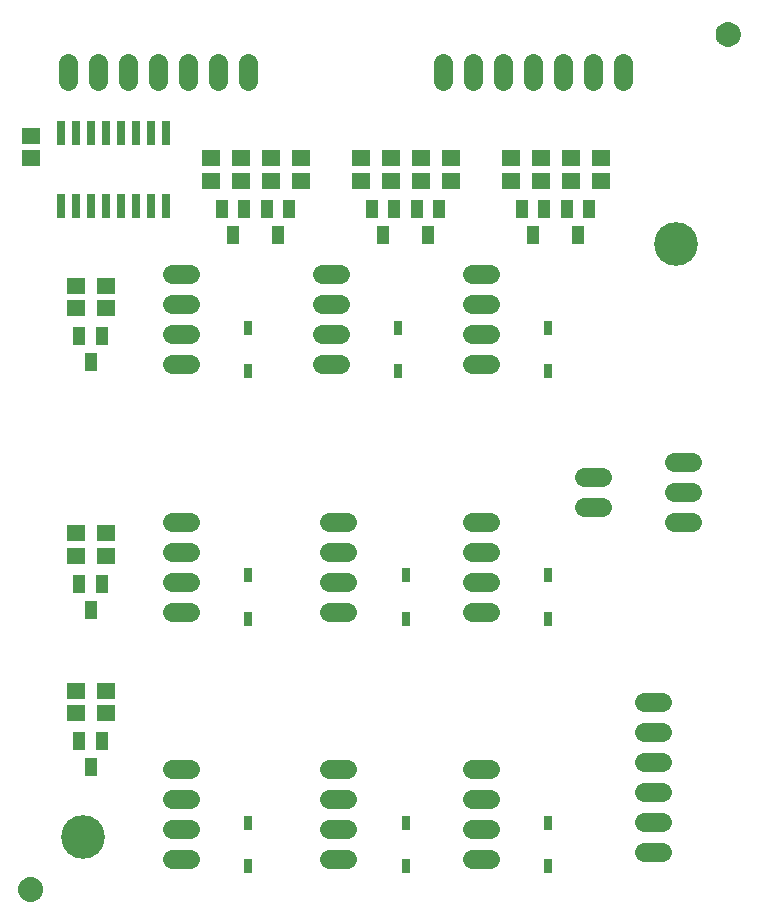
<source format=gbr>
G04 EAGLE Gerber RS-274X export*
G75*
%MOMM*%
%FSLAX34Y34*%
%LPD*%
%INSoldermask Top*%
%IPPOS*%
%AMOC8*
5,1,8,0,0,1.08239X$1,22.5*%
G01*
%ADD10R,1.601600X1.401600*%
%ADD11R,0.762000X2.133600*%
%ADD12C,1.625600*%
%ADD13C,3.701600*%
%ADD14R,1.101600X1.501600*%
%ADD15R,0.801600X1.301600*%

G36*
X611392Y732470D02*
X611392Y732470D01*
X611435Y732482D01*
X611501Y732489D01*
X613184Y732940D01*
X613225Y732959D01*
X613288Y732978D01*
X614868Y733715D01*
X614905Y733741D01*
X614964Y733770D01*
X616392Y734770D01*
X616423Y734802D01*
X616476Y734841D01*
X617709Y736074D01*
X617734Y736110D01*
X617780Y736158D01*
X618780Y737586D01*
X618798Y737627D01*
X618835Y737682D01*
X619572Y739262D01*
X619583Y739305D01*
X619610Y739366D01*
X620061Y741049D01*
X620063Y741081D01*
X620070Y741102D01*
X620070Y741117D01*
X620080Y741158D01*
X620232Y742895D01*
X620228Y742939D01*
X620232Y743005D01*
X620080Y744742D01*
X620068Y744785D01*
X620061Y744851D01*
X619610Y746534D01*
X619591Y746575D01*
X619572Y746638D01*
X618835Y748218D01*
X618809Y748255D01*
X618780Y748314D01*
X617780Y749742D01*
X617748Y749773D01*
X617709Y749826D01*
X616476Y751059D01*
X616440Y751084D01*
X616392Y751130D01*
X614964Y752130D01*
X614923Y752148D01*
X614868Y752185D01*
X613288Y752922D01*
X613245Y752933D01*
X613184Y752960D01*
X611501Y753411D01*
X611456Y753414D01*
X611392Y753430D01*
X609655Y753582D01*
X609611Y753578D01*
X609545Y753582D01*
X607808Y753430D01*
X607765Y753418D01*
X607699Y753411D01*
X606016Y752960D01*
X605975Y752941D01*
X605912Y752922D01*
X604332Y752185D01*
X604295Y752159D01*
X604236Y752130D01*
X602808Y751130D01*
X602777Y751098D01*
X602724Y751059D01*
X601491Y749826D01*
X601466Y749790D01*
X601420Y749742D01*
X600420Y748314D01*
X600402Y748273D01*
X600365Y748218D01*
X599628Y746638D01*
X599617Y746595D01*
X599590Y746534D01*
X599139Y744851D01*
X599136Y744806D01*
X599120Y744742D01*
X598968Y743005D01*
X598972Y742961D01*
X598968Y742895D01*
X599120Y741158D01*
X599132Y741115D01*
X599136Y741081D01*
X599136Y741065D01*
X599138Y741060D01*
X599139Y741049D01*
X599590Y739366D01*
X599609Y739325D01*
X599628Y739262D01*
X600365Y737682D01*
X600391Y737645D01*
X600420Y737586D01*
X601420Y736158D01*
X601452Y736127D01*
X601491Y736074D01*
X602724Y734841D01*
X602760Y734816D01*
X602808Y734770D01*
X604236Y733770D01*
X604277Y733752D01*
X604332Y733715D01*
X605912Y732978D01*
X605955Y732967D01*
X606016Y732940D01*
X607699Y732489D01*
X607744Y732486D01*
X607808Y732470D01*
X609545Y732318D01*
X609589Y732322D01*
X609655Y732318D01*
X611392Y732470D01*
G37*
G36*
X20842Y8570D02*
X20842Y8570D01*
X20885Y8582D01*
X20951Y8589D01*
X22634Y9040D01*
X22675Y9059D01*
X22738Y9078D01*
X24318Y9815D01*
X24355Y9841D01*
X24414Y9870D01*
X25842Y10870D01*
X25873Y10902D01*
X25926Y10941D01*
X27159Y12174D01*
X27184Y12210D01*
X27230Y12258D01*
X28230Y13686D01*
X28248Y13727D01*
X28285Y13782D01*
X29022Y15362D01*
X29033Y15405D01*
X29060Y15466D01*
X29511Y17149D01*
X29513Y17181D01*
X29520Y17202D01*
X29520Y17217D01*
X29530Y17258D01*
X29682Y18995D01*
X29678Y19039D01*
X29682Y19105D01*
X29530Y20842D01*
X29518Y20885D01*
X29511Y20951D01*
X29060Y22634D01*
X29041Y22675D01*
X29022Y22738D01*
X28285Y24318D01*
X28259Y24355D01*
X28230Y24414D01*
X27230Y25842D01*
X27198Y25873D01*
X27159Y25926D01*
X25926Y27159D01*
X25890Y27184D01*
X25842Y27230D01*
X24414Y28230D01*
X24373Y28248D01*
X24318Y28285D01*
X22738Y29022D01*
X22695Y29033D01*
X22634Y29060D01*
X20951Y29511D01*
X20906Y29514D01*
X20842Y29530D01*
X19105Y29682D01*
X19061Y29678D01*
X18995Y29682D01*
X17258Y29530D01*
X17215Y29518D01*
X17149Y29511D01*
X15466Y29060D01*
X15425Y29041D01*
X15362Y29022D01*
X13782Y28285D01*
X13745Y28259D01*
X13686Y28230D01*
X12258Y27230D01*
X12227Y27198D01*
X12174Y27159D01*
X10941Y25926D01*
X10916Y25890D01*
X10870Y25842D01*
X9870Y24414D01*
X9852Y24373D01*
X9815Y24318D01*
X9078Y22738D01*
X9067Y22695D01*
X9040Y22634D01*
X8589Y20951D01*
X8586Y20906D01*
X8570Y20842D01*
X8418Y19105D01*
X8422Y19061D01*
X8418Y18995D01*
X8570Y17258D01*
X8582Y17215D01*
X8586Y17181D01*
X8586Y17165D01*
X8588Y17160D01*
X8589Y17149D01*
X9040Y15466D01*
X9059Y15425D01*
X9078Y15362D01*
X9815Y13782D01*
X9841Y13745D01*
X9870Y13686D01*
X10870Y12258D01*
X10902Y12227D01*
X10941Y12174D01*
X12174Y10941D01*
X12210Y10916D01*
X12258Y10870D01*
X13686Y9870D01*
X13727Y9852D01*
X13782Y9815D01*
X15362Y9078D01*
X15405Y9067D01*
X15466Y9040D01*
X17149Y8589D01*
X17194Y8586D01*
X17258Y8570D01*
X18995Y8418D01*
X19039Y8422D01*
X19105Y8418D01*
X20842Y8570D01*
G37*
D10*
X19050Y657200D03*
X19050Y638200D03*
D11*
X44450Y597916D03*
X44450Y659384D03*
X57150Y597916D03*
X69850Y597916D03*
X57150Y659384D03*
X69850Y659384D03*
X82550Y597916D03*
X82550Y659384D03*
X95250Y597916D03*
X95250Y659384D03*
X107950Y597916D03*
X120650Y597916D03*
X107950Y659384D03*
X120650Y659384D03*
X133350Y597916D03*
X133350Y659384D03*
D12*
X138430Y488950D02*
X153670Y488950D01*
X153670Y514350D02*
X138430Y514350D01*
X138430Y539750D02*
X153670Y539750D01*
X153670Y463550D02*
X138430Y463550D01*
X487680Y342900D02*
X502920Y342900D01*
X502920Y368300D02*
X487680Y368300D01*
X538480Y127000D02*
X553720Y127000D01*
X553720Y152400D02*
X538480Y152400D01*
X538480Y177800D02*
X553720Y177800D01*
X553720Y101600D02*
X538480Y101600D01*
X538480Y76200D02*
X553720Y76200D01*
X553720Y50800D02*
X538480Y50800D01*
X563880Y330200D02*
X579120Y330200D01*
X579120Y355600D02*
X563880Y355600D01*
X563880Y381000D02*
X579120Y381000D01*
D13*
X63500Y63500D03*
X565150Y565150D03*
D12*
X101600Y703580D02*
X101600Y718820D01*
X76200Y718820D02*
X76200Y703580D01*
X50800Y703580D02*
X50800Y718820D01*
X127000Y718820D02*
X127000Y703580D01*
X152400Y703580D02*
X152400Y718820D01*
X177800Y718820D02*
X177800Y703580D01*
X203200Y703580D02*
X203200Y718820D01*
X419100Y718820D02*
X419100Y703580D01*
X393700Y703580D02*
X393700Y718820D01*
X368300Y718820D02*
X368300Y703580D01*
X444500Y703580D02*
X444500Y718820D01*
X469900Y718820D02*
X469900Y703580D01*
X495300Y703580D02*
X495300Y718820D01*
X520700Y718820D02*
X520700Y703580D01*
X280670Y488950D02*
X265430Y488950D01*
X265430Y514350D02*
X280670Y514350D01*
X280670Y539750D02*
X265430Y539750D01*
X265430Y463550D02*
X280670Y463550D01*
X392430Y488950D02*
X407670Y488950D01*
X407670Y514350D02*
X392430Y514350D01*
X392430Y539750D02*
X407670Y539750D01*
X407670Y463550D02*
X392430Y463550D01*
X153670Y279400D02*
X138430Y279400D01*
X138430Y304800D02*
X153670Y304800D01*
X153670Y330200D02*
X138430Y330200D01*
X138430Y254000D02*
X153670Y254000D01*
X271780Y279400D02*
X287020Y279400D01*
X287020Y304800D02*
X271780Y304800D01*
X271780Y330200D02*
X287020Y330200D01*
X287020Y254000D02*
X271780Y254000D01*
X392430Y279400D02*
X407670Y279400D01*
X407670Y304800D02*
X392430Y304800D01*
X392430Y330200D02*
X407670Y330200D01*
X407670Y254000D02*
X392430Y254000D01*
X153670Y69850D02*
X138430Y69850D01*
X138430Y95250D02*
X153670Y95250D01*
X153670Y120650D02*
X138430Y120650D01*
X138430Y44450D02*
X153670Y44450D01*
X271780Y69850D02*
X287020Y69850D01*
X287020Y95250D02*
X271780Y95250D01*
X271780Y120650D02*
X287020Y120650D01*
X287020Y44450D02*
X271780Y44450D01*
X392430Y69850D02*
X407670Y69850D01*
X407670Y95250D02*
X392430Y95250D01*
X392430Y120650D02*
X407670Y120650D01*
X407670Y44450D02*
X392430Y44450D01*
D14*
X69850Y465250D03*
X60350Y487250D03*
X79350Y487250D03*
D10*
X82550Y530200D03*
X82550Y511200D03*
X57150Y530200D03*
X57150Y511200D03*
D14*
X69850Y255700D03*
X60350Y277700D03*
X79350Y277700D03*
D10*
X82550Y320650D03*
X82550Y301650D03*
X57150Y320650D03*
X57150Y301650D03*
D14*
X69850Y122350D03*
X60350Y144350D03*
X79350Y144350D03*
D10*
X82550Y187300D03*
X82550Y168300D03*
X57150Y187300D03*
X57150Y168300D03*
D14*
X327000Y595200D03*
X308000Y595200D03*
X317500Y573200D03*
D10*
X374650Y638150D03*
X374650Y619150D03*
X298450Y638150D03*
X298450Y619150D03*
D14*
X355600Y573200D03*
X346100Y595200D03*
X365100Y595200D03*
D10*
X349250Y638150D03*
X349250Y619150D03*
X323850Y638150D03*
X323850Y619150D03*
D14*
X200000Y595200D03*
X181000Y595200D03*
X190500Y573200D03*
D10*
X247650Y638150D03*
X247650Y619150D03*
X171450Y638150D03*
X171450Y619150D03*
D14*
X228600Y573200D03*
X219100Y595200D03*
X238100Y595200D03*
D10*
X222250Y638150D03*
X222250Y619150D03*
X196850Y638150D03*
X196850Y619150D03*
D14*
X454000Y595200D03*
X435000Y595200D03*
X444500Y573200D03*
D10*
X501650Y638150D03*
X501650Y619150D03*
X425450Y638150D03*
X425450Y619150D03*
D14*
X482600Y573200D03*
X473100Y595200D03*
X492100Y595200D03*
D10*
X476250Y638150D03*
X476250Y619150D03*
X450850Y638150D03*
X450850Y619150D03*
D15*
X203200Y457750D03*
X203200Y494750D03*
X330200Y457750D03*
X330200Y494750D03*
X457200Y457750D03*
X457200Y494750D03*
X203200Y248200D03*
X203200Y285200D03*
X336550Y248200D03*
X336550Y285200D03*
X457200Y248200D03*
X457200Y285200D03*
X203200Y38650D03*
X203200Y75650D03*
X336550Y38650D03*
X336550Y75650D03*
X457200Y38650D03*
X457200Y75650D03*
M02*

</source>
